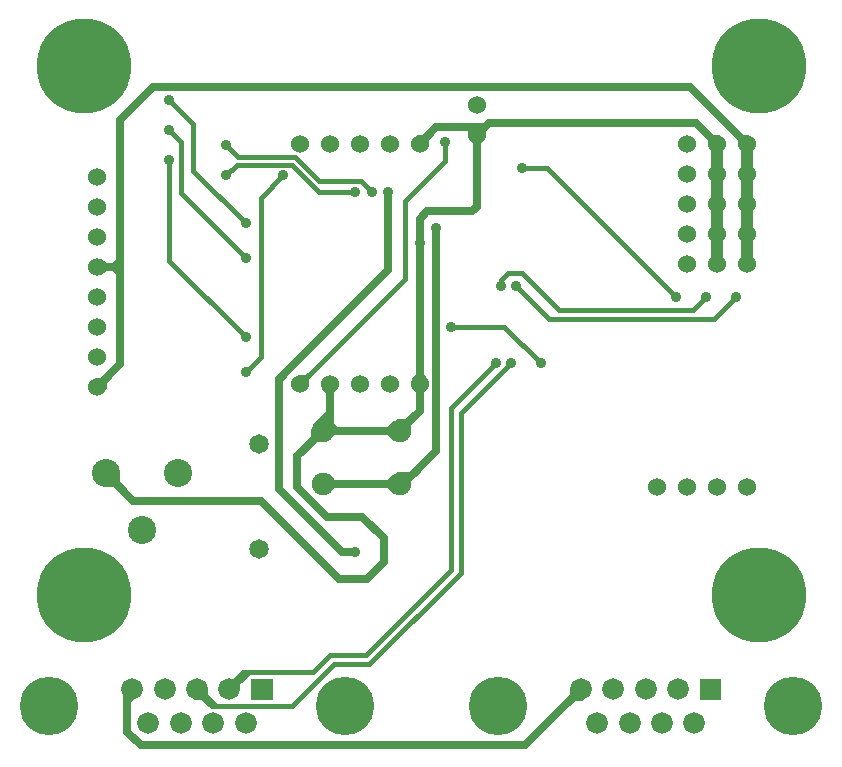
<source format=gbr>
G04 start of page 2 for group 0 idx 0 *
G04 Title: (unknown), solder *
G04 Creator: pcb 20110918 *
G04 CreationDate: Mon 01 Apr 2013 04:29:37 PM GMT UTC *
G04 For: telmo *
G04 Format: Gerber/RS-274X *
G04 PCB-Dimensions: 275000 278000 *
G04 PCB-Coordinate-Origin: lower left *
%MOIN*%
%FSLAX25Y25*%
%LNBOTTOM*%
%ADD121C,0.0460*%
%ADD120C,0.0635*%
%ADD119C,0.0380*%
%ADD118C,0.1250*%
%ADD117C,0.0520*%
%ADD116C,0.0200*%
%ADD115C,0.1968*%
%ADD114C,0.0360*%
%ADD113C,0.3150*%
%ADD112C,0.0750*%
%ADD111C,0.0650*%
%ADD110C,0.0935*%
%ADD109C,0.0600*%
%ADD108C,0.1950*%
%ADD107C,0.0720*%
%ADD106C,0.0001*%
%ADD105C,0.0150*%
%ADD104C,0.0400*%
%ADD103C,0.0250*%
G54D103*X246000Y227000D02*Y187000D01*
Y227000D02*X227000Y246000D01*
X241735Y231265D02*X244260Y228740D01*
Y226990D01*
X240915Y232085D02*X244250Y228750D01*
X227000Y246000D02*X48000D01*
X37000Y235000D01*
G54D104*X246000Y227030D02*Y186790D01*
G54D103*X244250Y228750D02*X246060D01*
X29500Y146000D02*X37000Y153500D01*
Y178500D01*
X32970Y149470D02*X31250Y147750D01*
X34475Y150975D02*X31250Y147750D01*
Y145960D01*
Y147750D02*X29460D01*
X37000Y235000D02*Y191000D01*
Y177500D02*Y195000D01*
X29500Y186000D02*X37000D01*
X34180D02*X31960D01*
X30550Y187410D01*
X33980Y186000D02*X31950D01*
X30560Y184610D01*
X34200Y186000D02*X34920D01*
X34950D02*X37000Y188050D01*
X33710Y186000D02*X34950D01*
X34200D01*
X34920D02*X37000Y183920D01*
X90000Y116500D02*Y125500D01*
Y124500D02*Y148500D01*
Y112000D02*Y122000D01*
X126500Y211000D02*Y185000D01*
X90000Y148500D01*
X91250Y149750D01*
X115500Y91000D02*X111000D01*
X90000Y112000D01*
X111510Y91000D02*X113000D01*
X111480D02*X113000D01*
X236000Y227000D02*Y187000D01*
Y227000D02*X229000Y234000D01*
X232120Y230880D02*X234250Y228750D01*
X231600Y231400D02*X234250Y228750D01*
Y227060D01*
G54D104*X236000Y186130D02*Y227230D01*
G54D103*X234250Y228750D02*X236240D01*
X137000Y138063D02*Y202000D01*
X139500Y204500D01*
X137000Y144550D02*X138320Y145870D01*
X137000Y149470D02*X135700Y148170D01*
X137000Y152710D02*Y149470D01*
Y151730D02*Y149460D01*
X138370Y148090D01*
X137000Y140860D02*Y144580D01*
Y141130D02*Y144550D01*
X139500Y204500D02*X154000D01*
X139500D02*X154500D01*
X156000Y206000D01*
Y230000D01*
Y224940D02*Y227560D01*
Y224700D02*Y227530D01*
X149330Y232460D02*X153540D01*
X142460D02*X158460D01*
X156000Y227560D02*X154570Y228990D01*
X156000Y227530D02*X157320Y228850D01*
X229000Y234000D02*X160000D01*
X156000Y230000D01*
X156250Y230250D01*
X153540Y232460D02*X156000Y230000D01*
X158460Y232460D02*X159020Y233020D01*
X138740Y228740D02*X136780D01*
X137000Y227000D02*X142460Y232460D01*
X140415Y230415D02*X138740Y228740D01*
X140280Y230280D02*X138760Y228760D01*
Y226950D01*
X104705Y131358D02*X130295D01*
X107000Y137140D02*X102840Y132980D01*
X113980Y131358D02*X108218D01*
X137000Y138063D02*X130295Y131358D01*
X134994Y136056D02*X132817Y133880D01*
X130020D01*
X135114Y136176D02*X132830Y133893D01*
X126792Y131358D02*X128820Y129330D01*
X123770Y131358D02*X126738D01*
X128570Y133190D01*
X121380Y131358D02*X126792D01*
X132830Y133893D02*Y131170D01*
X137000Y144580D02*X135660Y145920D01*
X84000Y108000D02*X110000Y82000D01*
X119500D02*X125000Y87500D01*
Y95500D01*
Y90710D01*
X110000Y82000D02*X119500D01*
X56500Y26600D02*X172200D01*
X47400D02*X58000D01*
X39500Y31000D02*X43900Y26600D01*
X56000D01*
X41100Y45100D02*X39500Y43500D01*
Y31000D01*
X41100Y45100D02*Y42820D01*
X39500Y41220D01*
X106100Y102650D02*X117850D01*
X125000Y95500D01*
X53000Y108000D02*X84000D01*
X43877D02*X56741D01*
X41509D02*X54500D01*
X32228Y117281D02*X41509Y108000D01*
X37710Y111800D02*X35640Y113869D01*
Y113870D02*X38060Y111450D01*
X35650Y113860D01*
X32228Y117281D02*X37710Y111800D01*
X35640Y113869D02*Y117260D01*
Y113870D01*
X35650Y113860D02*X32200D01*
X107000Y133716D02*X104642Y131358D01*
X102840Y132980D02*Y129493D01*
X108218Y131358D02*X106330Y129470D01*
X107000Y136000D02*Y131858D01*
X107500Y131358D01*
X113190D02*X109062D01*
X107000Y133420D01*
Y144510D02*X105760Y145750D01*
X107000Y147000D02*Y133716D01*
Y139920D02*Y144510D01*
Y141010D02*Y144540D01*
Y139020D02*Y137140D01*
Y144540D02*X108260Y145800D01*
X104705Y131358D02*X98500Y125153D01*
X102840Y129493D02*X99394Y126046D01*
X102200Y128853D01*
Y131410D01*
X99718Y126372D02*X102217Y128870D01*
X104970D01*
X99348Y126002D02*X96110Y122763D01*
Y112640D01*
X106100Y102650D01*
X172200Y26600D02*X190700Y45100D01*
X185065Y39465D02*X188340Y42740D01*
Y44920D01*
X184745Y39145D02*X188360Y42760D01*
X190860D01*
G54D105*X70800Y39500D02*X94500D01*
X62700Y45100D02*X68300Y39500D01*
G54D103*X62700Y45100D02*X67070Y40730D01*
G54D105*X67600Y39500D02*X66290Y40810D01*
G54D103*X66985Y40815D02*X65030Y42770D01*
X67115Y40685D02*X65010Y42790D01*
X62410D01*
G54D105*X68300Y39500D02*X73500D01*
X75290D02*X69010D01*
X66390Y42120D01*
X71330Y39500D02*X67600D01*
X73500Y45100D02*X79400Y51000D01*
G54D103*X73410Y45010D02*X78535Y50135D01*
X78140Y49740D02*X75830Y47430D01*
Y45230D01*
X77870Y49470D02*X75820Y47420D01*
X73290D01*
G54D105*X79400Y51000D02*X85500D01*
X82300D02*X78700D01*
X76520Y48820D01*
X81810Y51000D02*X80100D01*
X77400Y48300D01*
G54D103*X65030Y42770D02*Y45390D01*
G54D105*X94500Y39500D02*X108500Y53500D01*
X81900Y51000D02*X101500D01*
X107000Y56500D01*
X97000Y147000D02*X132000Y182000D01*
X100565Y150565D02*X99230Y149230D01*
X100920Y150920D02*X99220Y149220D01*
G54D103*X131500Y113642D02*X142500Y124642D01*
X135914Y118056D02*X133988Y116130D01*
X130220D01*
X136554Y118696D02*X132800Y114942D01*
X120140Y113642D02*X126772D01*
X128510Y115380D01*
X120660Y113642D02*X126808D01*
G54D105*X99230Y149230D02*X96800D01*
X99220Y149220D02*Y146750D01*
G54D103*X142500Y124642D02*Y199000D01*
G54D105*X162300Y153800D02*X147400Y138900D01*
X150600Y137100D02*X167300Y153800D01*
X132000Y182000D02*Y208000D01*
X145380Y221380D01*
X165100Y166000D02*X147500D01*
X183500Y171500D02*X228000D01*
X222500Y176000D02*X179500Y219000D01*
X171000D01*
X228000Y171500D02*X232500Y176000D01*
X180000Y168500D02*X235000D01*
X242500Y176000D01*
X164000Y179500D02*Y181500D01*
X166500Y184000D01*
X171000D01*
X183500Y171500D01*
X169000Y179500D02*X180000Y168500D01*
X177300Y153800D02*X165100Y166000D01*
X79000Y151000D02*X84000Y156000D01*
Y209000D01*
X53500Y188000D02*X79000Y162500D01*
X53500Y221500D02*Y188000D01*
X57500Y210500D02*X79000Y189000D01*
X61500Y218000D02*X79000Y200500D01*
X53500Y231500D02*X57500Y227500D01*
Y210500D01*
X53500Y241500D02*X61500Y233500D01*
Y218000D01*
X84000Y209000D02*X91500Y216500D01*
X72500D02*X76000Y220000D01*
X94500D01*
X72500Y226500D02*X76500Y222500D01*
X95500D01*
X103500Y211000D02*X115500D01*
X94500Y220000D02*X103500Y211000D01*
X95500Y222500D02*X103500Y214500D01*
X117500D01*
X121000Y211000D01*
X145380Y221380D02*Y227430D01*
G54D103*X104705Y113642D02*X130295D01*
X109710D02*X108218D01*
X106230Y115630D01*
X112960Y113642D02*X108172D01*
X106130Y111600D01*
X126808Y113642D02*X128800Y111650D01*
G54D105*X147400Y138900D02*Y104500D01*
Y84900D02*Y104900D01*
X150600Y84200D02*Y137100D01*
Y84000D02*Y86000D01*
X108500Y53500D02*X120100D01*
X107000Y56500D02*X119000D01*
X120100Y53500D02*X150600Y84000D01*
X119000Y56500D02*X147400Y84900D01*
G54D103*X132800Y114942D02*Y113330D01*
G54D106*G36*
X230300Y48700D02*Y41500D01*
X237500D01*
Y48700D01*
X230300D01*
G37*
G54D107*X223100Y45100D03*
X228500Y33900D03*
X217700D03*
X212300Y45100D03*
X201500D03*
X190700D03*
X206900Y33900D03*
X196100D03*
G54D108*X261500Y39500D03*
G54D109*X29500Y176000D03*
Y166000D03*
Y146000D03*
Y156000D03*
Y216000D03*
Y206000D03*
Y186000D03*
Y196000D03*
G54D110*X44228Y98281D03*
X32228Y117281D03*
X56228D03*
G54D108*X163100Y39500D03*
G54D106*G36*
X80700Y48700D02*Y41500D01*
X87900D01*
Y48700D01*
X80700D01*
G37*
G54D107*X73500Y45100D03*
X62700D03*
X51900D03*
X41100D03*
G54D108*X13500Y39500D03*
G54D107*X78900Y33900D03*
G54D108*X111900Y39500D03*
G54D107*X68100Y33900D03*
X57300D03*
X46500D03*
G54D111*X83500Y127000D03*
G54D112*X104705Y131358D03*
Y113642D03*
G54D111*X83500Y92000D03*
G54D109*X97000Y227000D03*
X107000D03*
X117000D03*
X137000D03*
X127000D03*
X156000Y230000D03*
Y240000D03*
X97000Y147000D03*
X107000D03*
X117000D03*
X127000D03*
X137000D03*
G54D112*X130295Y131358D03*
Y113642D03*
G54D109*X246000Y227000D03*
X236000D03*
X226000D03*
X246000Y197000D03*
X236000D03*
X226000D03*
X246000Y187000D03*
X236000D03*
X226000D03*
X246000Y207000D03*
X246020Y112760D03*
X236000Y207000D03*
Y217000D03*
X236020Y112760D03*
X226000Y207000D03*
Y217000D03*
X216020Y112760D03*
X226020D03*
X246000Y217000D03*
G54D113*X25000Y253000D03*
Y76500D03*
G54D114*X115480Y90990D03*
X137000Y194000D03*
X145380Y227430D03*
X115500Y211000D03*
X121000D03*
X142500Y199000D03*
X126500Y211000D03*
X72500Y226500D03*
Y216500D03*
X91500D03*
X79000Y200500D03*
X53500Y221500D03*
Y231500D03*
Y241500D03*
X79000Y189000D03*
Y162500D03*
Y151000D03*
G54D113*X250000Y76500D03*
G54D114*X177300Y153800D03*
X147500Y166000D03*
X167300Y153800D03*
X162300D03*
X169000Y179500D03*
X164000D03*
X171000Y219000D03*
X222500Y176000D03*
X232500D03*
X242500D03*
G54D113*X250000Y253000D03*
G54D115*G54D116*G54D115*G54D116*G54D115*G54D117*G54D118*G54D119*G54D120*G54D118*G54D117*G54D118*G54D117*G54D118*G54D117*G54D104*G54D121*G54D104*G54D119*G54D121*G54D119*M02*

</source>
